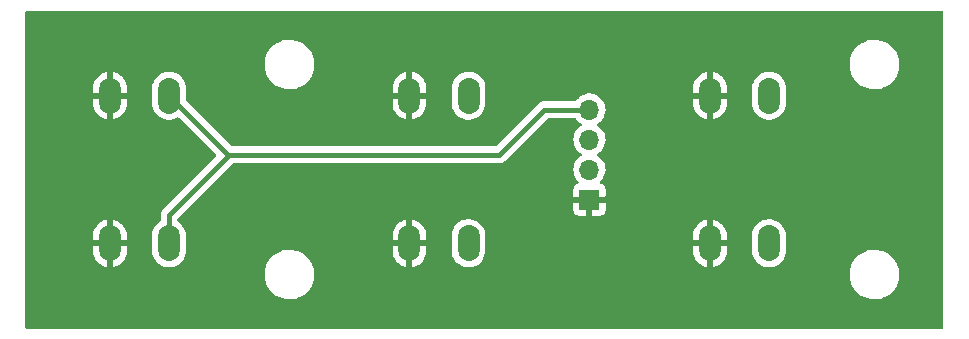
<source format=gbr>
%TF.GenerationSoftware,KiCad,Pcbnew,(6.0.2)*%
%TF.CreationDate,2022-03-25T16:36:57-07:00*%
%TF.ProjectId,buttons,62757474-6f6e-4732-9e6b-696361645f70,rev?*%
%TF.SameCoordinates,Original*%
%TF.FileFunction,Copper,L2,Bot*%
%TF.FilePolarity,Positive*%
%FSLAX46Y46*%
G04 Gerber Fmt 4.6, Leading zero omitted, Abs format (unit mm)*
G04 Created by KiCad (PCBNEW (6.0.2)) date 2022-03-25 16:36:57*
%MOMM*%
%LPD*%
G01*
G04 APERTURE LIST*
%TA.AperFunction,ComponentPad*%
%ADD10O,1.850000X3.048000*%
%TD*%
%TA.AperFunction,ComponentPad*%
%ADD11R,1.700000X1.700000*%
%TD*%
%TA.AperFunction,ComponentPad*%
%ADD12O,1.700000X1.700000*%
%TD*%
%TA.AperFunction,Conductor*%
%ADD13C,0.406400*%
%TD*%
G04 APERTURE END LIST*
D10*
%TO.P,SW1,1,1*%
%TO.N,GND*%
X177840000Y-86250000D03*
X177840000Y-73750000D03*
%TO.P,SW1,2,2*%
%TO.N,/B1*%
X182840000Y-73750000D03*
X182840000Y-86250000D03*
%TD*%
%TO.P,SW3,1,1*%
%TO.N,GND*%
X127040000Y-86250000D03*
X127040000Y-73750000D03*
%TO.P,SW3,2,2*%
%TO.N,/B3*%
X132040000Y-86250000D03*
X132040000Y-73750000D03*
%TD*%
%TO.P,SW2,1,1*%
%TO.N,GND*%
X152400000Y-86250000D03*
X152400000Y-73750000D03*
%TO.P,SW2,2,2*%
%TO.N,/B2*%
X157400000Y-73750000D03*
X157400000Y-86250000D03*
%TD*%
D11*
%TO.P,J1,1,Pin_1*%
%TO.N,GND*%
X167640000Y-82550000D03*
D12*
%TO.P,J1,2,Pin_2*%
%TO.N,/B1*%
X167640000Y-80010000D03*
%TO.P,J1,3,Pin_3*%
%TO.N,/B2*%
X167640000Y-77470000D03*
%TO.P,J1,4,Pin_4*%
%TO.N,/B3*%
X167640000Y-74930000D03*
%TD*%
D13*
%TO.N,/B3*%
X132040000Y-86250000D02*
X132040000Y-83860000D01*
X132040000Y-83860000D02*
X137160000Y-78740000D01*
X137160000Y-78740000D02*
X137030000Y-78740000D01*
X160020000Y-78740000D02*
X137160000Y-78740000D01*
X137030000Y-78740000D02*
X132040000Y-73750000D01*
X163830000Y-74930000D02*
X160020000Y-78740000D01*
X167640000Y-74930000D02*
X163830000Y-74930000D01*
%TD*%
%TA.AperFunction,Conductor*%
%TO.N,GND*%
G36*
X197554121Y-66568002D02*
G01*
X197600614Y-66621658D01*
X197612000Y-66674000D01*
X197612000Y-93346000D01*
X197591998Y-93414121D01*
X197538342Y-93460614D01*
X197486000Y-93472000D01*
X120014000Y-93472000D01*
X119945879Y-93451998D01*
X119899386Y-93398342D01*
X119888000Y-93346000D01*
X119888000Y-89032703D01*
X140130743Y-89032703D01*
X140168268Y-89317734D01*
X140244129Y-89595036D01*
X140356923Y-89859476D01*
X140504561Y-90106161D01*
X140684313Y-90330528D01*
X140892851Y-90528423D01*
X141126317Y-90696186D01*
X141130112Y-90698195D01*
X141130113Y-90698196D01*
X141151869Y-90709715D01*
X141380392Y-90830712D01*
X141650373Y-90929511D01*
X141931264Y-90990755D01*
X141959841Y-90993004D01*
X142154282Y-91008307D01*
X142154291Y-91008307D01*
X142156739Y-91008500D01*
X142312271Y-91008500D01*
X142314407Y-91008354D01*
X142314418Y-91008354D01*
X142522548Y-90994165D01*
X142522554Y-90994164D01*
X142526825Y-90993873D01*
X142531020Y-90993004D01*
X142531022Y-90993004D01*
X142667584Y-90964723D01*
X142808342Y-90935574D01*
X143079343Y-90839607D01*
X143334812Y-90707750D01*
X143338313Y-90705289D01*
X143338317Y-90705287D01*
X143452418Y-90625095D01*
X143570023Y-90542441D01*
X143780622Y-90346740D01*
X143962713Y-90124268D01*
X144112927Y-89879142D01*
X144228483Y-89615898D01*
X144307244Y-89339406D01*
X144347751Y-89054784D01*
X144347845Y-89036951D01*
X144347867Y-89032703D01*
X189660743Y-89032703D01*
X189698268Y-89317734D01*
X189774129Y-89595036D01*
X189886923Y-89859476D01*
X190034561Y-90106161D01*
X190214313Y-90330528D01*
X190422851Y-90528423D01*
X190656317Y-90696186D01*
X190660112Y-90698195D01*
X190660113Y-90698196D01*
X190681869Y-90709715D01*
X190910392Y-90830712D01*
X191180373Y-90929511D01*
X191461264Y-90990755D01*
X191489841Y-90993004D01*
X191684282Y-91008307D01*
X191684291Y-91008307D01*
X191686739Y-91008500D01*
X191842271Y-91008500D01*
X191844407Y-91008354D01*
X191844418Y-91008354D01*
X192052548Y-90994165D01*
X192052554Y-90994164D01*
X192056825Y-90993873D01*
X192061020Y-90993004D01*
X192061022Y-90993004D01*
X192197584Y-90964723D01*
X192338342Y-90935574D01*
X192609343Y-90839607D01*
X192864812Y-90707750D01*
X192868313Y-90705289D01*
X192868317Y-90705287D01*
X192982418Y-90625095D01*
X193100023Y-90542441D01*
X193310622Y-90346740D01*
X193492713Y-90124268D01*
X193642927Y-89879142D01*
X193758483Y-89615898D01*
X193837244Y-89339406D01*
X193877751Y-89054784D01*
X193877845Y-89036951D01*
X193879235Y-88771583D01*
X193879235Y-88771576D01*
X193879257Y-88767297D01*
X193841732Y-88482266D01*
X193765871Y-88204964D01*
X193705348Y-88063070D01*
X193654763Y-87944476D01*
X193654761Y-87944472D01*
X193653077Y-87940524D01*
X193538834Y-87749638D01*
X193507643Y-87697521D01*
X193507640Y-87697517D01*
X193505439Y-87693839D01*
X193325687Y-87469472D01*
X193155044Y-87307538D01*
X193120258Y-87274527D01*
X193120255Y-87274525D01*
X193117149Y-87271577D01*
X192883683Y-87103814D01*
X192861843Y-87092250D01*
X192836226Y-87078687D01*
X192629608Y-86969288D01*
X192464199Y-86908757D01*
X192363658Y-86871964D01*
X192363656Y-86871963D01*
X192359627Y-86870489D01*
X192078736Y-86809245D01*
X192047685Y-86806801D01*
X191855718Y-86791693D01*
X191855709Y-86791693D01*
X191853261Y-86791500D01*
X191697729Y-86791500D01*
X191695593Y-86791646D01*
X191695582Y-86791646D01*
X191487452Y-86805835D01*
X191487446Y-86805836D01*
X191483175Y-86806127D01*
X191478980Y-86806996D01*
X191478978Y-86806996D01*
X191342416Y-86835277D01*
X191201658Y-86864426D01*
X190930657Y-86960393D01*
X190675188Y-87092250D01*
X190671687Y-87094711D01*
X190671683Y-87094713D01*
X190630702Y-87123515D01*
X190439977Y-87257559D01*
X190229378Y-87453260D01*
X190047287Y-87675732D01*
X189897073Y-87920858D01*
X189895347Y-87924791D01*
X189895346Y-87924792D01*
X189894049Y-87927747D01*
X189781517Y-88184102D01*
X189780342Y-88188229D01*
X189780341Y-88188230D01*
X189754165Y-88280123D01*
X189702756Y-88460594D01*
X189662249Y-88745216D01*
X189662227Y-88749505D01*
X189662226Y-88749512D01*
X189660765Y-89028417D01*
X189660743Y-89032703D01*
X144347867Y-89032703D01*
X144349235Y-88771583D01*
X144349235Y-88771576D01*
X144349257Y-88767297D01*
X144311732Y-88482266D01*
X144235871Y-88204964D01*
X144175348Y-88063070D01*
X144124763Y-87944476D01*
X144124761Y-87944472D01*
X144123077Y-87940524D01*
X144008834Y-87749638D01*
X143977643Y-87697521D01*
X143977640Y-87697517D01*
X143975439Y-87693839D01*
X143795687Y-87469472D01*
X143625044Y-87307538D01*
X143590258Y-87274527D01*
X143590255Y-87274525D01*
X143587149Y-87271577D01*
X143353683Y-87103814D01*
X143331843Y-87092250D01*
X143306226Y-87078687D01*
X143099608Y-86969288D01*
X142934199Y-86908757D01*
X142927061Y-86906145D01*
X150967000Y-86906145D01*
X150967212Y-86911318D01*
X150980973Y-87078687D01*
X150982658Y-87088867D01*
X151037544Y-87307377D01*
X151040864Y-87317128D01*
X151130704Y-87523749D01*
X151135570Y-87532824D01*
X151257948Y-87721990D01*
X151264240Y-87730161D01*
X151415869Y-87896800D01*
X151423402Y-87903825D01*
X151600218Y-88043466D01*
X151608791Y-88049162D01*
X151806045Y-88158052D01*
X151815440Y-88162273D01*
X152027820Y-88237481D01*
X152037783Y-88240113D01*
X152128163Y-88256212D01*
X152141460Y-88254752D01*
X152145508Y-88241774D01*
X152654000Y-88241774D01*
X152657918Y-88255118D01*
X152672194Y-88257105D01*
X152728121Y-88248547D01*
X152738146Y-88246159D01*
X152952295Y-88176164D01*
X152961804Y-88172167D01*
X153161640Y-88068139D01*
X153170365Y-88062645D01*
X153350532Y-87927372D01*
X153358239Y-87920529D01*
X153513896Y-87757644D01*
X153520379Y-87749638D01*
X153647343Y-87563515D01*
X153652432Y-87554556D01*
X153747294Y-87350193D01*
X153750851Y-87340525D01*
X153811060Y-87123420D01*
X153812991Y-87113301D01*
X153832644Y-86929405D01*
X153833000Y-86922713D01*
X153833000Y-86908757D01*
X155966500Y-86908757D01*
X155966711Y-86911318D01*
X155966712Y-86911341D01*
X155980478Y-87078779D01*
X155980479Y-87078785D01*
X155980902Y-87083930D01*
X156038327Y-87312551D01*
X156132322Y-87528723D01*
X156260360Y-87726641D01*
X156263839Y-87730464D01*
X156263841Y-87730467D01*
X156288858Y-87757960D01*
X156419005Y-87900989D01*
X156423056Y-87904188D01*
X156423060Y-87904192D01*
X156599939Y-88043883D01*
X156599943Y-88043885D01*
X156603994Y-88047085D01*
X156810361Y-88161005D01*
X156815230Y-88162729D01*
X156815234Y-88162731D01*
X157027689Y-88237965D01*
X157027693Y-88237966D01*
X157032564Y-88239691D01*
X157037657Y-88240598D01*
X157037660Y-88240599D01*
X157259544Y-88280123D01*
X157259550Y-88280124D01*
X157264633Y-88281029D01*
X157355477Y-88282139D01*
X157495170Y-88283846D01*
X157495172Y-88283846D01*
X157500339Y-88283909D01*
X157733349Y-88248253D01*
X157957407Y-88175020D01*
X158166496Y-88066175D01*
X158170629Y-88063072D01*
X158170632Y-88063070D01*
X158350865Y-87927747D01*
X158350868Y-87927745D01*
X158355000Y-87924642D01*
X158517857Y-87754223D01*
X158650693Y-87559492D01*
X158652869Y-87554805D01*
X158747764Y-87350372D01*
X158747766Y-87350367D01*
X158749941Y-87345681D01*
X158812935Y-87118532D01*
X158828885Y-86969288D01*
X158833144Y-86929437D01*
X158833144Y-86929429D01*
X158833500Y-86926102D01*
X158833500Y-86906145D01*
X176407000Y-86906145D01*
X176407212Y-86911318D01*
X176420973Y-87078687D01*
X176422658Y-87088867D01*
X176477544Y-87307377D01*
X176480864Y-87317128D01*
X176570704Y-87523749D01*
X176575570Y-87532824D01*
X176697948Y-87721990D01*
X176704240Y-87730161D01*
X176855869Y-87896800D01*
X176863402Y-87903825D01*
X177040218Y-88043466D01*
X177048791Y-88049162D01*
X177246045Y-88158052D01*
X177255440Y-88162273D01*
X177467820Y-88237481D01*
X177477783Y-88240113D01*
X177568163Y-88256212D01*
X177581460Y-88254752D01*
X177585508Y-88241774D01*
X178094000Y-88241774D01*
X178097918Y-88255118D01*
X178112194Y-88257105D01*
X178168121Y-88248547D01*
X178178146Y-88246159D01*
X178392295Y-88176164D01*
X178401804Y-88172167D01*
X178601640Y-88068139D01*
X178610365Y-88062645D01*
X178790532Y-87927372D01*
X178798239Y-87920529D01*
X178953896Y-87757644D01*
X178960379Y-87749638D01*
X179087343Y-87563515D01*
X179092432Y-87554556D01*
X179187294Y-87350193D01*
X179190851Y-87340525D01*
X179251060Y-87123420D01*
X179252991Y-87113301D01*
X179272644Y-86929405D01*
X179273000Y-86922713D01*
X179273000Y-86908757D01*
X181406500Y-86908757D01*
X181406711Y-86911318D01*
X181406712Y-86911341D01*
X181420478Y-87078779D01*
X181420479Y-87078785D01*
X181420902Y-87083930D01*
X181478327Y-87312551D01*
X181572322Y-87528723D01*
X181700360Y-87726641D01*
X181703839Y-87730464D01*
X181703841Y-87730467D01*
X181728858Y-87757960D01*
X181859005Y-87900989D01*
X181863056Y-87904188D01*
X181863060Y-87904192D01*
X182039939Y-88043883D01*
X182039943Y-88043885D01*
X182043994Y-88047085D01*
X182250361Y-88161005D01*
X182255230Y-88162729D01*
X182255234Y-88162731D01*
X182467689Y-88237965D01*
X182467693Y-88237966D01*
X182472564Y-88239691D01*
X182477657Y-88240598D01*
X182477660Y-88240599D01*
X182699544Y-88280123D01*
X182699550Y-88280124D01*
X182704633Y-88281029D01*
X182795477Y-88282139D01*
X182935170Y-88283846D01*
X182935172Y-88283846D01*
X182940339Y-88283909D01*
X183173349Y-88248253D01*
X183397407Y-88175020D01*
X183606496Y-88066175D01*
X183610629Y-88063072D01*
X183610632Y-88063070D01*
X183790865Y-87927747D01*
X183790868Y-87927745D01*
X183795000Y-87924642D01*
X183957857Y-87754223D01*
X184090693Y-87559492D01*
X184092869Y-87554805D01*
X184187764Y-87350372D01*
X184187766Y-87350367D01*
X184189941Y-87345681D01*
X184252935Y-87118532D01*
X184268885Y-86969288D01*
X184273144Y-86929437D01*
X184273144Y-86929429D01*
X184273500Y-86926102D01*
X184273500Y-85591243D01*
X184272074Y-85573898D01*
X184259522Y-85421221D01*
X184259521Y-85421215D01*
X184259098Y-85416070D01*
X184201673Y-85187449D01*
X184107678Y-84971277D01*
X183979640Y-84773359D01*
X183958715Y-84750362D01*
X183824473Y-84602833D01*
X183824471Y-84602832D01*
X183820995Y-84599011D01*
X183816944Y-84595812D01*
X183816940Y-84595808D01*
X183640061Y-84456117D01*
X183640057Y-84456115D01*
X183636006Y-84452915D01*
X183616810Y-84442318D01*
X183549751Y-84405300D01*
X183429639Y-84338995D01*
X183424770Y-84337271D01*
X183424766Y-84337269D01*
X183212311Y-84262035D01*
X183212307Y-84262034D01*
X183207436Y-84260309D01*
X183202343Y-84259402D01*
X183202340Y-84259401D01*
X182980456Y-84219877D01*
X182980450Y-84219876D01*
X182975367Y-84218971D01*
X182884523Y-84217861D01*
X182744830Y-84216154D01*
X182744828Y-84216154D01*
X182739661Y-84216091D01*
X182506651Y-84251747D01*
X182282593Y-84324980D01*
X182073504Y-84433825D01*
X182069371Y-84436928D01*
X182069368Y-84436930D01*
X182043258Y-84456534D01*
X181885000Y-84575358D01*
X181722143Y-84745777D01*
X181589307Y-84940508D01*
X181587133Y-84945192D01*
X181587131Y-84945195D01*
X181572716Y-84976251D01*
X181490059Y-85154319D01*
X181427065Y-85381468D01*
X181406500Y-85573898D01*
X181406500Y-86908757D01*
X179273000Y-86908757D01*
X179273000Y-86522115D01*
X179268525Y-86506876D01*
X179267135Y-86505671D01*
X179259452Y-86504000D01*
X178112115Y-86504000D01*
X178096876Y-86508475D01*
X178095671Y-86509865D01*
X178094000Y-86517548D01*
X178094000Y-88241774D01*
X177585508Y-88241774D01*
X177586000Y-88240197D01*
X177586000Y-86522115D01*
X177581525Y-86506876D01*
X177580135Y-86505671D01*
X177572452Y-86504000D01*
X176425115Y-86504000D01*
X176409876Y-86508475D01*
X176408671Y-86509865D01*
X176407000Y-86517548D01*
X176407000Y-86906145D01*
X158833500Y-86906145D01*
X158833500Y-85977885D01*
X176407000Y-85977885D01*
X176411475Y-85993124D01*
X176412865Y-85994329D01*
X176420548Y-85996000D01*
X177567885Y-85996000D01*
X177583124Y-85991525D01*
X177584329Y-85990135D01*
X177586000Y-85982452D01*
X177586000Y-85977885D01*
X178094000Y-85977885D01*
X178098475Y-85993124D01*
X178099865Y-85994329D01*
X178107548Y-85996000D01*
X179254885Y-85996000D01*
X179270124Y-85991525D01*
X179271329Y-85990135D01*
X179273000Y-85982452D01*
X179273000Y-85593855D01*
X179272788Y-85588682D01*
X179259027Y-85421313D01*
X179257342Y-85411133D01*
X179202456Y-85192623D01*
X179199136Y-85182872D01*
X179109296Y-84976251D01*
X179104430Y-84967176D01*
X178982052Y-84778010D01*
X178975760Y-84769839D01*
X178824131Y-84603200D01*
X178816598Y-84596175D01*
X178639782Y-84456534D01*
X178631209Y-84450838D01*
X178433955Y-84341948D01*
X178424560Y-84337727D01*
X178212180Y-84262519D01*
X178202217Y-84259887D01*
X178111837Y-84243788D01*
X178098540Y-84245248D01*
X178094000Y-84259803D01*
X178094000Y-85977885D01*
X177586000Y-85977885D01*
X177586000Y-84258226D01*
X177582082Y-84244882D01*
X177567806Y-84242895D01*
X177511879Y-84251453D01*
X177501854Y-84253841D01*
X177287705Y-84323836D01*
X177278196Y-84327833D01*
X177078360Y-84431861D01*
X177069635Y-84437355D01*
X176889468Y-84572628D01*
X176881761Y-84579471D01*
X176726104Y-84742356D01*
X176719621Y-84750362D01*
X176592657Y-84936485D01*
X176587568Y-84945444D01*
X176492706Y-85149807D01*
X176489149Y-85159475D01*
X176428940Y-85376580D01*
X176427009Y-85386699D01*
X176407356Y-85570595D01*
X176407000Y-85577287D01*
X176407000Y-85977885D01*
X158833500Y-85977885D01*
X158833500Y-85591243D01*
X158832074Y-85573898D01*
X158819522Y-85421221D01*
X158819521Y-85421215D01*
X158819098Y-85416070D01*
X158761673Y-85187449D01*
X158667678Y-84971277D01*
X158539640Y-84773359D01*
X158518715Y-84750362D01*
X158384473Y-84602833D01*
X158384471Y-84602832D01*
X158380995Y-84599011D01*
X158376944Y-84595812D01*
X158376940Y-84595808D01*
X158200061Y-84456117D01*
X158200057Y-84456115D01*
X158196006Y-84452915D01*
X158176810Y-84442318D01*
X158109751Y-84405300D01*
X157989639Y-84338995D01*
X157984770Y-84337271D01*
X157984766Y-84337269D01*
X157772311Y-84262035D01*
X157772307Y-84262034D01*
X157767436Y-84260309D01*
X157762343Y-84259402D01*
X157762340Y-84259401D01*
X157540456Y-84219877D01*
X157540450Y-84219876D01*
X157535367Y-84218971D01*
X157444523Y-84217861D01*
X157304830Y-84216154D01*
X157304828Y-84216154D01*
X157299661Y-84216091D01*
X157066651Y-84251747D01*
X156842593Y-84324980D01*
X156633504Y-84433825D01*
X156629371Y-84436928D01*
X156629368Y-84436930D01*
X156603258Y-84456534D01*
X156445000Y-84575358D01*
X156282143Y-84745777D01*
X156149307Y-84940508D01*
X156147133Y-84945192D01*
X156147131Y-84945195D01*
X156132716Y-84976251D01*
X156050059Y-85154319D01*
X155987065Y-85381468D01*
X155966500Y-85573898D01*
X155966500Y-86908757D01*
X153833000Y-86908757D01*
X153833000Y-86522115D01*
X153828525Y-86506876D01*
X153827135Y-86505671D01*
X153819452Y-86504000D01*
X152672115Y-86504000D01*
X152656876Y-86508475D01*
X152655671Y-86509865D01*
X152654000Y-86517548D01*
X152654000Y-88241774D01*
X152145508Y-88241774D01*
X152146000Y-88240197D01*
X152146000Y-86522115D01*
X152141525Y-86506876D01*
X152140135Y-86505671D01*
X152132452Y-86504000D01*
X150985115Y-86504000D01*
X150969876Y-86508475D01*
X150968671Y-86509865D01*
X150967000Y-86517548D01*
X150967000Y-86906145D01*
X142927061Y-86906145D01*
X142833658Y-86871964D01*
X142833656Y-86871963D01*
X142829627Y-86870489D01*
X142548736Y-86809245D01*
X142517685Y-86806801D01*
X142325718Y-86791693D01*
X142325709Y-86791693D01*
X142323261Y-86791500D01*
X142167729Y-86791500D01*
X142165593Y-86791646D01*
X142165582Y-86791646D01*
X141957452Y-86805835D01*
X141957446Y-86805836D01*
X141953175Y-86806127D01*
X141948980Y-86806996D01*
X141948978Y-86806996D01*
X141812416Y-86835277D01*
X141671658Y-86864426D01*
X141400657Y-86960393D01*
X141145188Y-87092250D01*
X141141687Y-87094711D01*
X141141683Y-87094713D01*
X141100702Y-87123515D01*
X140909977Y-87257559D01*
X140699378Y-87453260D01*
X140517287Y-87675732D01*
X140367073Y-87920858D01*
X140365347Y-87924791D01*
X140365346Y-87924792D01*
X140364049Y-87927747D01*
X140251517Y-88184102D01*
X140250342Y-88188229D01*
X140250341Y-88188230D01*
X140224165Y-88280123D01*
X140172756Y-88460594D01*
X140132249Y-88745216D01*
X140132227Y-88749505D01*
X140132226Y-88749512D01*
X140130765Y-89028417D01*
X140130743Y-89032703D01*
X119888000Y-89032703D01*
X119888000Y-86906145D01*
X125607000Y-86906145D01*
X125607212Y-86911318D01*
X125620973Y-87078687D01*
X125622658Y-87088867D01*
X125677544Y-87307377D01*
X125680864Y-87317128D01*
X125770704Y-87523749D01*
X125775570Y-87532824D01*
X125897948Y-87721990D01*
X125904240Y-87730161D01*
X126055869Y-87896800D01*
X126063402Y-87903825D01*
X126240218Y-88043466D01*
X126248791Y-88049162D01*
X126446045Y-88158052D01*
X126455440Y-88162273D01*
X126667820Y-88237481D01*
X126677783Y-88240113D01*
X126768163Y-88256212D01*
X126781460Y-88254752D01*
X126785508Y-88241774D01*
X127294000Y-88241774D01*
X127297918Y-88255118D01*
X127312194Y-88257105D01*
X127368121Y-88248547D01*
X127378146Y-88246159D01*
X127592295Y-88176164D01*
X127601804Y-88172167D01*
X127801640Y-88068139D01*
X127810365Y-88062645D01*
X127990532Y-87927372D01*
X127998239Y-87920529D01*
X128153896Y-87757644D01*
X128160379Y-87749638D01*
X128287343Y-87563515D01*
X128292432Y-87554556D01*
X128387294Y-87350193D01*
X128390851Y-87340525D01*
X128451060Y-87123420D01*
X128452991Y-87113301D01*
X128472644Y-86929405D01*
X128473000Y-86922713D01*
X128473000Y-86908757D01*
X130606500Y-86908757D01*
X130606711Y-86911318D01*
X130606712Y-86911341D01*
X130620478Y-87078779D01*
X130620479Y-87078785D01*
X130620902Y-87083930D01*
X130678327Y-87312551D01*
X130772322Y-87528723D01*
X130900360Y-87726641D01*
X130903839Y-87730464D01*
X130903841Y-87730467D01*
X130928858Y-87757960D01*
X131059005Y-87900989D01*
X131063056Y-87904188D01*
X131063060Y-87904192D01*
X131239939Y-88043883D01*
X131239943Y-88043885D01*
X131243994Y-88047085D01*
X131450361Y-88161005D01*
X131455230Y-88162729D01*
X131455234Y-88162731D01*
X131667689Y-88237965D01*
X131667693Y-88237966D01*
X131672564Y-88239691D01*
X131677657Y-88240598D01*
X131677660Y-88240599D01*
X131899544Y-88280123D01*
X131899550Y-88280124D01*
X131904633Y-88281029D01*
X131995477Y-88282139D01*
X132135170Y-88283846D01*
X132135172Y-88283846D01*
X132140339Y-88283909D01*
X132373349Y-88248253D01*
X132597407Y-88175020D01*
X132806496Y-88066175D01*
X132810629Y-88063072D01*
X132810632Y-88063070D01*
X132990865Y-87927747D01*
X132990868Y-87927745D01*
X132995000Y-87924642D01*
X133157857Y-87754223D01*
X133290693Y-87559492D01*
X133292869Y-87554805D01*
X133387764Y-87350372D01*
X133387766Y-87350367D01*
X133389941Y-87345681D01*
X133452935Y-87118532D01*
X133468885Y-86969288D01*
X133473144Y-86929437D01*
X133473144Y-86929429D01*
X133473500Y-86926102D01*
X133473500Y-85977885D01*
X150967000Y-85977885D01*
X150971475Y-85993124D01*
X150972865Y-85994329D01*
X150980548Y-85996000D01*
X152127885Y-85996000D01*
X152143124Y-85991525D01*
X152144329Y-85990135D01*
X152146000Y-85982452D01*
X152146000Y-85977885D01*
X152654000Y-85977885D01*
X152658475Y-85993124D01*
X152659865Y-85994329D01*
X152667548Y-85996000D01*
X153814885Y-85996000D01*
X153830124Y-85991525D01*
X153831329Y-85990135D01*
X153833000Y-85982452D01*
X153833000Y-85593855D01*
X153832788Y-85588682D01*
X153819027Y-85421313D01*
X153817342Y-85411133D01*
X153762456Y-85192623D01*
X153759136Y-85182872D01*
X153669296Y-84976251D01*
X153664430Y-84967176D01*
X153542052Y-84778010D01*
X153535760Y-84769839D01*
X153384131Y-84603200D01*
X153376598Y-84596175D01*
X153199782Y-84456534D01*
X153191209Y-84450838D01*
X152993955Y-84341948D01*
X152984560Y-84337727D01*
X152772180Y-84262519D01*
X152762217Y-84259887D01*
X152671837Y-84243788D01*
X152658540Y-84245248D01*
X152654000Y-84259803D01*
X152654000Y-85977885D01*
X152146000Y-85977885D01*
X152146000Y-84258226D01*
X152142082Y-84244882D01*
X152127806Y-84242895D01*
X152071879Y-84251453D01*
X152061854Y-84253841D01*
X151847705Y-84323836D01*
X151838196Y-84327833D01*
X151638360Y-84431861D01*
X151629635Y-84437355D01*
X151449468Y-84572628D01*
X151441761Y-84579471D01*
X151286104Y-84742356D01*
X151279621Y-84750362D01*
X151152657Y-84936485D01*
X151147568Y-84945444D01*
X151052706Y-85149807D01*
X151049149Y-85159475D01*
X150988940Y-85376580D01*
X150987009Y-85386699D01*
X150967356Y-85570595D01*
X150967000Y-85577287D01*
X150967000Y-85977885D01*
X133473500Y-85977885D01*
X133473500Y-85591243D01*
X133472074Y-85573898D01*
X133459522Y-85421221D01*
X133459521Y-85421215D01*
X133459098Y-85416070D01*
X133401673Y-85187449D01*
X133307678Y-84971277D01*
X133179640Y-84773359D01*
X133158715Y-84750362D01*
X133024473Y-84602833D01*
X133024471Y-84602832D01*
X133020995Y-84599011D01*
X133016944Y-84595812D01*
X133016940Y-84595808D01*
X132840061Y-84456117D01*
X132840057Y-84456115D01*
X132836006Y-84452915D01*
X132816806Y-84442316D01*
X132766837Y-84391886D01*
X132751700Y-84332008D01*
X132751700Y-84206985D01*
X132771702Y-84138864D01*
X132788605Y-84117890D01*
X133461826Y-83444669D01*
X166282001Y-83444669D01*
X166282371Y-83451490D01*
X166287895Y-83502352D01*
X166291521Y-83517604D01*
X166336676Y-83638054D01*
X166345214Y-83653649D01*
X166421715Y-83755724D01*
X166434276Y-83768285D01*
X166536351Y-83844786D01*
X166551946Y-83853324D01*
X166672394Y-83898478D01*
X166687649Y-83902105D01*
X166738514Y-83907631D01*
X166745328Y-83908000D01*
X167367885Y-83908000D01*
X167383124Y-83903525D01*
X167384329Y-83902135D01*
X167386000Y-83894452D01*
X167386000Y-83889884D01*
X167894000Y-83889884D01*
X167898475Y-83905123D01*
X167899865Y-83906328D01*
X167907548Y-83907999D01*
X168534669Y-83907999D01*
X168541490Y-83907629D01*
X168592352Y-83902105D01*
X168607604Y-83898479D01*
X168728054Y-83853324D01*
X168743649Y-83844786D01*
X168845724Y-83768285D01*
X168858285Y-83755724D01*
X168934786Y-83653649D01*
X168943324Y-83638054D01*
X168988478Y-83517606D01*
X168992105Y-83502351D01*
X168997631Y-83451486D01*
X168998000Y-83444672D01*
X168998000Y-82822115D01*
X168993525Y-82806876D01*
X168992135Y-82805671D01*
X168984452Y-82804000D01*
X167912115Y-82804000D01*
X167896876Y-82808475D01*
X167895671Y-82809865D01*
X167894000Y-82817548D01*
X167894000Y-83889884D01*
X167386000Y-83889884D01*
X167386000Y-82822115D01*
X167381525Y-82806876D01*
X167380135Y-82805671D01*
X167372452Y-82804000D01*
X166300116Y-82804000D01*
X166284877Y-82808475D01*
X166283672Y-82809865D01*
X166282001Y-82817548D01*
X166282001Y-83444669D01*
X133461826Y-83444669D01*
X137417891Y-79488605D01*
X137480203Y-79454579D01*
X137506986Y-79451700D01*
X159990970Y-79451700D01*
X159999540Y-79451992D01*
X160049946Y-79455429D01*
X160049950Y-79455429D01*
X160057521Y-79455945D01*
X160064997Y-79454640D01*
X160065000Y-79454640D01*
X160120783Y-79444904D01*
X160127308Y-79443941D01*
X160183467Y-79437145D01*
X160183468Y-79437145D01*
X160191011Y-79436232D01*
X160198119Y-79433546D01*
X160200419Y-79432981D01*
X160217480Y-79428314D01*
X160219734Y-79427634D01*
X160227215Y-79426328D01*
X160286005Y-79400521D01*
X160292102Y-79398033D01*
X160345047Y-79378027D01*
X160345050Y-79378026D01*
X160352149Y-79375343D01*
X160358404Y-79371044D01*
X160360495Y-79369951D01*
X160375957Y-79361345D01*
X160377991Y-79360142D01*
X160384946Y-79357089D01*
X160390971Y-79352466D01*
X160390976Y-79352463D01*
X160435874Y-79318012D01*
X160441209Y-79314136D01*
X160487847Y-79282082D01*
X160487853Y-79282077D01*
X160494112Y-79277775D01*
X160535764Y-79231026D01*
X160540744Y-79225751D01*
X164087891Y-75678605D01*
X164150203Y-75644579D01*
X164176986Y-75641700D01*
X166412195Y-75641700D01*
X166480316Y-75661702D01*
X166519628Y-75701865D01*
X166539987Y-75735088D01*
X166686250Y-75903938D01*
X166858126Y-76046632D01*
X166928595Y-76087811D01*
X166931445Y-76089476D01*
X166980169Y-76141114D01*
X166993240Y-76210897D01*
X166966509Y-76276669D01*
X166926055Y-76310027D01*
X166913607Y-76316507D01*
X166909474Y-76319610D01*
X166909471Y-76319612D01*
X166885247Y-76337800D01*
X166734965Y-76450635D01*
X166580629Y-76612138D01*
X166454743Y-76796680D01*
X166360688Y-76999305D01*
X166300989Y-77214570D01*
X166277251Y-77436695D01*
X166277548Y-77441848D01*
X166277548Y-77441851D01*
X166283011Y-77536590D01*
X166290110Y-77659715D01*
X166291247Y-77664761D01*
X166291248Y-77664767D01*
X166311119Y-77752939D01*
X166339222Y-77877639D01*
X166423266Y-78084616D01*
X166539987Y-78275088D01*
X166686250Y-78443938D01*
X166858126Y-78586632D01*
X166928595Y-78627811D01*
X166931445Y-78629476D01*
X166980169Y-78681114D01*
X166993240Y-78750897D01*
X166966509Y-78816669D01*
X166926055Y-78850027D01*
X166913607Y-78856507D01*
X166909474Y-78859610D01*
X166909471Y-78859612D01*
X166885247Y-78877800D01*
X166734965Y-78990635D01*
X166580629Y-79152138D01*
X166454743Y-79336680D01*
X166360688Y-79539305D01*
X166300989Y-79754570D01*
X166277251Y-79976695D01*
X166277548Y-79981848D01*
X166277548Y-79981851D01*
X166283011Y-80076590D01*
X166290110Y-80199715D01*
X166291247Y-80204761D01*
X166291248Y-80204767D01*
X166311119Y-80292939D01*
X166339222Y-80417639D01*
X166423266Y-80624616D01*
X166539987Y-80815088D01*
X166686250Y-80983938D01*
X166690225Y-80987238D01*
X166690231Y-80987244D01*
X166695425Y-80991556D01*
X166735059Y-81050460D01*
X166736555Y-81121441D01*
X166699439Y-81181962D01*
X166659168Y-81206480D01*
X166551946Y-81246676D01*
X166536351Y-81255214D01*
X166434276Y-81331715D01*
X166421715Y-81344276D01*
X166345214Y-81446351D01*
X166336676Y-81461946D01*
X166291522Y-81582394D01*
X166287895Y-81597649D01*
X166282369Y-81648514D01*
X166282000Y-81655328D01*
X166282000Y-82277885D01*
X166286475Y-82293124D01*
X166287865Y-82294329D01*
X166295548Y-82296000D01*
X168979884Y-82296000D01*
X168995123Y-82291525D01*
X168996328Y-82290135D01*
X168997999Y-82282452D01*
X168997999Y-81655331D01*
X168997629Y-81648510D01*
X168992105Y-81597648D01*
X168988479Y-81582396D01*
X168943324Y-81461946D01*
X168934786Y-81446351D01*
X168858285Y-81344276D01*
X168845724Y-81331715D01*
X168743649Y-81255214D01*
X168728054Y-81246676D01*
X168617813Y-81205348D01*
X168561049Y-81162706D01*
X168536349Y-81096145D01*
X168551557Y-81026796D01*
X168573104Y-80998115D01*
X168674430Y-80897144D01*
X168674440Y-80897132D01*
X168678096Y-80893489D01*
X168737594Y-80810689D01*
X168805435Y-80716277D01*
X168808453Y-80712077D01*
X168907430Y-80511811D01*
X168972370Y-80298069D01*
X169001529Y-80076590D01*
X169003156Y-80010000D01*
X168984852Y-79787361D01*
X168930431Y-79570702D01*
X168841354Y-79365840D01*
X168801906Y-79304862D01*
X168722822Y-79182617D01*
X168722820Y-79182614D01*
X168720014Y-79178277D01*
X168569670Y-79013051D01*
X168565619Y-79009852D01*
X168565615Y-79009848D01*
X168398414Y-78877800D01*
X168398410Y-78877798D01*
X168394359Y-78874598D01*
X168353053Y-78851796D01*
X168303084Y-78801364D01*
X168288312Y-78731921D01*
X168313428Y-78665516D01*
X168340780Y-78638909D01*
X168384603Y-78607650D01*
X168519860Y-78511173D01*
X168678096Y-78353489D01*
X168737594Y-78270689D01*
X168805435Y-78176277D01*
X168808453Y-78172077D01*
X168880935Y-78025421D01*
X168905136Y-77976453D01*
X168905137Y-77976451D01*
X168907430Y-77971811D01*
X168972370Y-77758069D01*
X169001529Y-77536590D01*
X169003156Y-77470000D01*
X168984852Y-77247361D01*
X168930431Y-77030702D01*
X168841354Y-76825840D01*
X168720014Y-76638277D01*
X168569670Y-76473051D01*
X168565619Y-76469852D01*
X168565615Y-76469848D01*
X168398414Y-76337800D01*
X168398410Y-76337798D01*
X168394359Y-76334598D01*
X168353053Y-76311796D01*
X168303084Y-76261364D01*
X168288312Y-76191921D01*
X168313428Y-76125516D01*
X168340780Y-76098909D01*
X168384603Y-76067650D01*
X168519860Y-75971173D01*
X168678096Y-75813489D01*
X168701376Y-75781092D01*
X168805435Y-75636277D01*
X168808453Y-75632077D01*
X168834025Y-75580337D01*
X168905136Y-75436453D01*
X168905137Y-75436451D01*
X168907430Y-75431811D01*
X168972370Y-75218069D01*
X169001529Y-74996590D01*
X169003156Y-74930000D01*
X168984852Y-74707361D01*
X168930431Y-74490702D01*
X168893664Y-74406145D01*
X176407000Y-74406145D01*
X176407212Y-74411318D01*
X176420973Y-74578687D01*
X176422658Y-74588867D01*
X176477544Y-74807377D01*
X176480864Y-74817128D01*
X176570704Y-75023749D01*
X176575570Y-75032824D01*
X176697948Y-75221990D01*
X176704240Y-75230161D01*
X176855869Y-75396800D01*
X176863402Y-75403825D01*
X177040218Y-75543466D01*
X177048791Y-75549162D01*
X177246045Y-75658052D01*
X177255440Y-75662273D01*
X177467820Y-75737481D01*
X177477783Y-75740113D01*
X177568163Y-75756212D01*
X177581460Y-75754752D01*
X177585508Y-75741774D01*
X178094000Y-75741774D01*
X178097918Y-75755118D01*
X178112194Y-75757105D01*
X178168121Y-75748547D01*
X178178146Y-75746159D01*
X178392295Y-75676164D01*
X178401804Y-75672167D01*
X178601640Y-75568139D01*
X178610365Y-75562645D01*
X178790532Y-75427372D01*
X178798239Y-75420529D01*
X178953896Y-75257644D01*
X178960379Y-75249638D01*
X179087343Y-75063515D01*
X179092432Y-75054556D01*
X179187294Y-74850193D01*
X179190851Y-74840525D01*
X179251060Y-74623420D01*
X179252991Y-74613301D01*
X179272644Y-74429405D01*
X179273000Y-74422713D01*
X179273000Y-74408757D01*
X181406500Y-74408757D01*
X181406711Y-74411318D01*
X181406712Y-74411341D01*
X181420478Y-74578779D01*
X181420479Y-74578785D01*
X181420902Y-74583930D01*
X181478327Y-74812551D01*
X181572322Y-75028723D01*
X181700360Y-75226641D01*
X181703839Y-75230464D01*
X181703841Y-75230467D01*
X181728858Y-75257960D01*
X181859005Y-75400989D01*
X181863056Y-75404188D01*
X181863060Y-75404192D01*
X182039939Y-75543883D01*
X182039943Y-75543885D01*
X182043994Y-75547085D01*
X182250361Y-75661005D01*
X182255230Y-75662729D01*
X182255234Y-75662731D01*
X182467689Y-75737965D01*
X182467693Y-75737966D01*
X182472564Y-75739691D01*
X182477657Y-75740598D01*
X182477660Y-75740599D01*
X182699544Y-75780123D01*
X182699550Y-75780124D01*
X182704633Y-75781029D01*
X182795477Y-75782139D01*
X182935170Y-75783846D01*
X182935172Y-75783846D01*
X182940339Y-75783909D01*
X183173349Y-75748253D01*
X183397407Y-75675020D01*
X183606496Y-75566175D01*
X183610629Y-75563072D01*
X183610632Y-75563070D01*
X183790865Y-75427747D01*
X183790868Y-75427745D01*
X183795000Y-75424642D01*
X183957857Y-75254223D01*
X184090693Y-75059492D01*
X184092869Y-75054805D01*
X184187764Y-74850372D01*
X184187766Y-74850367D01*
X184189941Y-74845681D01*
X184252935Y-74618532D01*
X184271562Y-74444240D01*
X184273144Y-74429437D01*
X184273144Y-74429429D01*
X184273500Y-74426102D01*
X184273500Y-73091243D01*
X184272074Y-73073898D01*
X184259522Y-72921221D01*
X184259521Y-72921215D01*
X184259098Y-72916070D01*
X184201673Y-72687449D01*
X184107678Y-72471277D01*
X183979640Y-72273359D01*
X183958715Y-72250362D01*
X183824473Y-72102833D01*
X183824471Y-72102832D01*
X183820995Y-72099011D01*
X183816944Y-72095812D01*
X183816940Y-72095808D01*
X183640061Y-71956117D01*
X183640057Y-71956115D01*
X183636006Y-71952915D01*
X183429639Y-71838995D01*
X183424770Y-71837271D01*
X183424766Y-71837269D01*
X183212311Y-71762035D01*
X183212307Y-71762034D01*
X183207436Y-71760309D01*
X183202343Y-71759402D01*
X183202340Y-71759401D01*
X182980456Y-71719877D01*
X182980450Y-71719876D01*
X182975367Y-71718971D01*
X182884523Y-71717861D01*
X182744830Y-71716154D01*
X182744828Y-71716154D01*
X182739661Y-71716091D01*
X182506651Y-71751747D01*
X182282593Y-71824980D01*
X182073504Y-71933825D01*
X182069371Y-71936928D01*
X182069368Y-71936930D01*
X182043258Y-71956534D01*
X181885000Y-72075358D01*
X181722143Y-72245777D01*
X181589307Y-72440508D01*
X181587133Y-72445192D01*
X181587131Y-72445195D01*
X181530712Y-72566740D01*
X181490059Y-72654319D01*
X181427065Y-72881468D01*
X181426516Y-72886605D01*
X181409193Y-73048701D01*
X181406500Y-73073898D01*
X181406500Y-74408757D01*
X179273000Y-74408757D01*
X179273000Y-74022115D01*
X179268525Y-74006876D01*
X179267135Y-74005671D01*
X179259452Y-74004000D01*
X178112115Y-74004000D01*
X178096876Y-74008475D01*
X178095671Y-74009865D01*
X178094000Y-74017548D01*
X178094000Y-75741774D01*
X177585508Y-75741774D01*
X177586000Y-75740197D01*
X177586000Y-74022115D01*
X177581525Y-74006876D01*
X177580135Y-74005671D01*
X177572452Y-74004000D01*
X176425115Y-74004000D01*
X176409876Y-74008475D01*
X176408671Y-74009865D01*
X176407000Y-74017548D01*
X176407000Y-74406145D01*
X168893664Y-74406145D01*
X168841354Y-74285840D01*
X168797660Y-74218300D01*
X168722822Y-74102617D01*
X168722820Y-74102614D01*
X168720014Y-74098277D01*
X168569670Y-73933051D01*
X168565619Y-73929852D01*
X168565615Y-73929848D01*
X168398414Y-73797800D01*
X168398410Y-73797798D01*
X168394359Y-73794598D01*
X168198789Y-73686638D01*
X168193920Y-73684914D01*
X168193916Y-73684912D01*
X167993087Y-73613795D01*
X167993083Y-73613794D01*
X167988212Y-73612069D01*
X167983119Y-73611162D01*
X167983116Y-73611161D01*
X167773373Y-73573800D01*
X167773367Y-73573799D01*
X167768284Y-73572894D01*
X167694452Y-73571992D01*
X167550081Y-73570228D01*
X167550079Y-73570228D01*
X167544911Y-73570165D01*
X167324091Y-73603955D01*
X167111756Y-73673357D01*
X166913607Y-73776507D01*
X166909474Y-73779610D01*
X166909471Y-73779612D01*
X166885247Y-73797800D01*
X166734965Y-73910635D01*
X166731393Y-73914373D01*
X166640139Y-74009865D01*
X166580629Y-74072138D01*
X166518438Y-74163306D01*
X166463529Y-74208307D01*
X166414352Y-74218300D01*
X163859030Y-74218300D01*
X163850460Y-74218008D01*
X163800054Y-74214571D01*
X163800050Y-74214571D01*
X163792479Y-74214055D01*
X163785003Y-74215360D01*
X163785000Y-74215360D01*
X163729217Y-74225096D01*
X163722692Y-74226059D01*
X163666533Y-74232855D01*
X163666532Y-74232855D01*
X163658989Y-74233768D01*
X163651881Y-74236454D01*
X163649581Y-74237019D01*
X163632520Y-74241686D01*
X163630266Y-74242367D01*
X163622785Y-74243672D01*
X163615833Y-74246724D01*
X163615829Y-74246725D01*
X163564003Y-74269476D01*
X163557899Y-74271967D01*
X163497851Y-74294657D01*
X163491595Y-74298957D01*
X163489511Y-74300046D01*
X163474048Y-74308653D01*
X163472012Y-74309857D01*
X163465055Y-74312911D01*
X163414104Y-74352007D01*
X163408796Y-74355863D01*
X163362149Y-74387921D01*
X163362144Y-74387926D01*
X163355888Y-74392225D01*
X163350836Y-74397895D01*
X163350835Y-74397896D01*
X163314245Y-74438964D01*
X163309264Y-74444240D01*
X159762109Y-77991395D01*
X159699797Y-78025421D01*
X159673014Y-78028300D01*
X137376986Y-78028300D01*
X137308865Y-78008298D01*
X137287891Y-77991395D01*
X133702641Y-74406145D01*
X150967000Y-74406145D01*
X150967212Y-74411318D01*
X150980973Y-74578687D01*
X150982658Y-74588867D01*
X151037544Y-74807377D01*
X151040864Y-74817128D01*
X151130704Y-75023749D01*
X151135570Y-75032824D01*
X151257948Y-75221990D01*
X151264240Y-75230161D01*
X151415869Y-75396800D01*
X151423402Y-75403825D01*
X151600218Y-75543466D01*
X151608791Y-75549162D01*
X151806045Y-75658052D01*
X151815440Y-75662273D01*
X152027820Y-75737481D01*
X152037783Y-75740113D01*
X152128163Y-75756212D01*
X152141460Y-75754752D01*
X152145508Y-75741774D01*
X152654000Y-75741774D01*
X152657918Y-75755118D01*
X152672194Y-75757105D01*
X152728121Y-75748547D01*
X152738146Y-75746159D01*
X152952295Y-75676164D01*
X152961804Y-75672167D01*
X153161640Y-75568139D01*
X153170365Y-75562645D01*
X153350532Y-75427372D01*
X153358239Y-75420529D01*
X153513896Y-75257644D01*
X153520379Y-75249638D01*
X153647343Y-75063515D01*
X153652432Y-75054556D01*
X153747294Y-74850193D01*
X153750851Y-74840525D01*
X153811060Y-74623420D01*
X153812991Y-74613301D01*
X153832644Y-74429405D01*
X153833000Y-74422713D01*
X153833000Y-74408757D01*
X155966500Y-74408757D01*
X155966711Y-74411318D01*
X155966712Y-74411341D01*
X155980478Y-74578779D01*
X155980479Y-74578785D01*
X155980902Y-74583930D01*
X156038327Y-74812551D01*
X156132322Y-75028723D01*
X156260360Y-75226641D01*
X156263839Y-75230464D01*
X156263841Y-75230467D01*
X156288858Y-75257960D01*
X156419005Y-75400989D01*
X156423056Y-75404188D01*
X156423060Y-75404192D01*
X156599939Y-75543883D01*
X156599943Y-75543885D01*
X156603994Y-75547085D01*
X156810361Y-75661005D01*
X156815230Y-75662729D01*
X156815234Y-75662731D01*
X157027689Y-75737965D01*
X157027693Y-75737966D01*
X157032564Y-75739691D01*
X157037657Y-75740598D01*
X157037660Y-75740599D01*
X157259544Y-75780123D01*
X157259550Y-75780124D01*
X157264633Y-75781029D01*
X157355477Y-75782139D01*
X157495170Y-75783846D01*
X157495172Y-75783846D01*
X157500339Y-75783909D01*
X157733349Y-75748253D01*
X157957407Y-75675020D01*
X158166496Y-75566175D01*
X158170629Y-75563072D01*
X158170632Y-75563070D01*
X158350865Y-75427747D01*
X158350868Y-75427745D01*
X158355000Y-75424642D01*
X158517857Y-75254223D01*
X158650693Y-75059492D01*
X158652869Y-75054805D01*
X158747764Y-74850372D01*
X158747766Y-74850367D01*
X158749941Y-74845681D01*
X158812935Y-74618532D01*
X158831562Y-74444240D01*
X158833144Y-74429437D01*
X158833144Y-74429429D01*
X158833500Y-74426102D01*
X158833500Y-73477885D01*
X176407000Y-73477885D01*
X176411475Y-73493124D01*
X176412865Y-73494329D01*
X176420548Y-73496000D01*
X177567885Y-73496000D01*
X177583124Y-73491525D01*
X177584329Y-73490135D01*
X177586000Y-73482452D01*
X177586000Y-73477885D01*
X178094000Y-73477885D01*
X178098475Y-73493124D01*
X178099865Y-73494329D01*
X178107548Y-73496000D01*
X179254885Y-73496000D01*
X179270124Y-73491525D01*
X179271329Y-73490135D01*
X179273000Y-73482452D01*
X179273000Y-73093855D01*
X179272788Y-73088682D01*
X179259027Y-72921313D01*
X179257342Y-72911133D01*
X179202456Y-72692623D01*
X179199136Y-72682872D01*
X179109296Y-72476251D01*
X179104430Y-72467176D01*
X178982052Y-72278010D01*
X178975760Y-72269839D01*
X178824131Y-72103200D01*
X178816598Y-72096175D01*
X178639782Y-71956534D01*
X178631209Y-71950838D01*
X178433955Y-71841948D01*
X178424560Y-71837727D01*
X178212180Y-71762519D01*
X178202217Y-71759887D01*
X178111837Y-71743788D01*
X178098540Y-71745248D01*
X178094000Y-71759803D01*
X178094000Y-73477885D01*
X177586000Y-73477885D01*
X177586000Y-71758226D01*
X177582082Y-71744882D01*
X177567806Y-71742895D01*
X177511879Y-71751453D01*
X177501854Y-71753841D01*
X177287705Y-71823836D01*
X177278196Y-71827833D01*
X177078360Y-71931861D01*
X177069635Y-71937355D01*
X176889468Y-72072628D01*
X176881761Y-72079471D01*
X176726104Y-72242356D01*
X176719621Y-72250362D01*
X176592657Y-72436485D01*
X176587568Y-72445444D01*
X176492706Y-72649807D01*
X176489149Y-72659475D01*
X176428940Y-72876580D01*
X176427009Y-72886699D01*
X176407356Y-73070595D01*
X176407000Y-73077287D01*
X176407000Y-73477885D01*
X158833500Y-73477885D01*
X158833500Y-73091243D01*
X158832074Y-73073898D01*
X158819522Y-72921221D01*
X158819521Y-72921215D01*
X158819098Y-72916070D01*
X158761673Y-72687449D01*
X158667678Y-72471277D01*
X158539640Y-72273359D01*
X158518715Y-72250362D01*
X158384473Y-72102833D01*
X158384471Y-72102832D01*
X158380995Y-72099011D01*
X158376944Y-72095812D01*
X158376940Y-72095808D01*
X158200061Y-71956117D01*
X158200057Y-71956115D01*
X158196006Y-71952915D01*
X157989639Y-71838995D01*
X157984770Y-71837271D01*
X157984766Y-71837269D01*
X157772311Y-71762035D01*
X157772307Y-71762034D01*
X157767436Y-71760309D01*
X157762343Y-71759402D01*
X157762340Y-71759401D01*
X157540456Y-71719877D01*
X157540450Y-71719876D01*
X157535367Y-71718971D01*
X157444523Y-71717861D01*
X157304830Y-71716154D01*
X157304828Y-71716154D01*
X157299661Y-71716091D01*
X157066651Y-71751747D01*
X156842593Y-71824980D01*
X156633504Y-71933825D01*
X156629371Y-71936928D01*
X156629368Y-71936930D01*
X156603258Y-71956534D01*
X156445000Y-72075358D01*
X156282143Y-72245777D01*
X156149307Y-72440508D01*
X156147133Y-72445192D01*
X156147131Y-72445195D01*
X156090712Y-72566740D01*
X156050059Y-72654319D01*
X155987065Y-72881468D01*
X155986516Y-72886605D01*
X155969193Y-73048701D01*
X155966500Y-73073898D01*
X155966500Y-74408757D01*
X153833000Y-74408757D01*
X153833000Y-74022115D01*
X153828525Y-74006876D01*
X153827135Y-74005671D01*
X153819452Y-74004000D01*
X152672115Y-74004000D01*
X152656876Y-74008475D01*
X152655671Y-74009865D01*
X152654000Y-74017548D01*
X152654000Y-75741774D01*
X152145508Y-75741774D01*
X152146000Y-75740197D01*
X152146000Y-74022115D01*
X152141525Y-74006876D01*
X152140135Y-74005671D01*
X152132452Y-74004000D01*
X150985115Y-74004000D01*
X150969876Y-74008475D01*
X150968671Y-74009865D01*
X150967000Y-74017548D01*
X150967000Y-74406145D01*
X133702641Y-74406145D01*
X133510405Y-74213909D01*
X133476379Y-74151597D01*
X133473500Y-74124814D01*
X133473500Y-73477885D01*
X150967000Y-73477885D01*
X150971475Y-73493124D01*
X150972865Y-73494329D01*
X150980548Y-73496000D01*
X152127885Y-73496000D01*
X152143124Y-73491525D01*
X152144329Y-73490135D01*
X152146000Y-73482452D01*
X152146000Y-73477885D01*
X152654000Y-73477885D01*
X152658475Y-73493124D01*
X152659865Y-73494329D01*
X152667548Y-73496000D01*
X153814885Y-73496000D01*
X153830124Y-73491525D01*
X153831329Y-73490135D01*
X153833000Y-73482452D01*
X153833000Y-73093855D01*
X153832788Y-73088682D01*
X153819027Y-72921313D01*
X153817342Y-72911133D01*
X153762456Y-72692623D01*
X153759136Y-72682872D01*
X153669296Y-72476251D01*
X153664430Y-72467176D01*
X153542052Y-72278010D01*
X153535760Y-72269839D01*
X153384131Y-72103200D01*
X153376598Y-72096175D01*
X153199782Y-71956534D01*
X153191209Y-71950838D01*
X152993955Y-71841948D01*
X152984560Y-71837727D01*
X152772180Y-71762519D01*
X152762217Y-71759887D01*
X152671837Y-71743788D01*
X152658540Y-71745248D01*
X152654000Y-71759803D01*
X152654000Y-73477885D01*
X152146000Y-73477885D01*
X152146000Y-71758226D01*
X152142082Y-71744882D01*
X152127806Y-71742895D01*
X152071879Y-71751453D01*
X152061854Y-71753841D01*
X151847705Y-71823836D01*
X151838196Y-71827833D01*
X151638360Y-71931861D01*
X151629635Y-71937355D01*
X151449468Y-72072628D01*
X151441761Y-72079471D01*
X151286104Y-72242356D01*
X151279621Y-72250362D01*
X151152657Y-72436485D01*
X151147568Y-72445444D01*
X151052706Y-72649807D01*
X151049149Y-72659475D01*
X150988940Y-72876580D01*
X150987009Y-72886699D01*
X150967356Y-73070595D01*
X150967000Y-73077287D01*
X150967000Y-73477885D01*
X133473500Y-73477885D01*
X133473500Y-73091243D01*
X133472074Y-73073898D01*
X133459522Y-72921221D01*
X133459521Y-72921215D01*
X133459098Y-72916070D01*
X133401673Y-72687449D01*
X133307678Y-72471277D01*
X133179640Y-72273359D01*
X133158715Y-72250362D01*
X133024473Y-72102833D01*
X133024471Y-72102832D01*
X133020995Y-72099011D01*
X133016944Y-72095812D01*
X133016940Y-72095808D01*
X132840061Y-71956117D01*
X132840057Y-71956115D01*
X132836006Y-71952915D01*
X132629639Y-71838995D01*
X132624770Y-71837271D01*
X132624766Y-71837269D01*
X132412311Y-71762035D01*
X132412307Y-71762034D01*
X132407436Y-71760309D01*
X132402343Y-71759402D01*
X132402340Y-71759401D01*
X132180456Y-71719877D01*
X132180450Y-71719876D01*
X132175367Y-71718971D01*
X132084523Y-71717861D01*
X131944830Y-71716154D01*
X131944828Y-71716154D01*
X131939661Y-71716091D01*
X131706651Y-71751747D01*
X131482593Y-71824980D01*
X131273504Y-71933825D01*
X131269371Y-71936928D01*
X131269368Y-71936930D01*
X131243258Y-71956534D01*
X131085000Y-72075358D01*
X130922143Y-72245777D01*
X130789307Y-72440508D01*
X130787133Y-72445192D01*
X130787131Y-72445195D01*
X130730712Y-72566740D01*
X130690059Y-72654319D01*
X130627065Y-72881468D01*
X130626516Y-72886605D01*
X130609193Y-73048701D01*
X130606500Y-73073898D01*
X130606500Y-74408757D01*
X130606711Y-74411318D01*
X130606712Y-74411341D01*
X130620478Y-74578779D01*
X130620479Y-74578785D01*
X130620902Y-74583930D01*
X130678327Y-74812551D01*
X130772322Y-75028723D01*
X130900360Y-75226641D01*
X130903839Y-75230464D01*
X130903841Y-75230467D01*
X130928858Y-75257960D01*
X131059005Y-75400989D01*
X131063056Y-75404188D01*
X131063060Y-75404192D01*
X131239939Y-75543883D01*
X131239943Y-75543885D01*
X131243994Y-75547085D01*
X131450361Y-75661005D01*
X131455230Y-75662729D01*
X131455234Y-75662731D01*
X131667689Y-75737965D01*
X131667693Y-75737966D01*
X131672564Y-75739691D01*
X131677657Y-75740598D01*
X131677660Y-75740599D01*
X131899544Y-75780123D01*
X131899550Y-75780124D01*
X131904633Y-75781029D01*
X131995477Y-75782139D01*
X132135170Y-75783846D01*
X132135172Y-75783846D01*
X132140339Y-75783909D01*
X132373349Y-75748253D01*
X132597407Y-75675020D01*
X132752950Y-75594049D01*
X132822607Y-75580337D01*
X132888622Y-75606462D01*
X132900223Y-75616718D01*
X135999409Y-78715905D01*
X136033435Y-78778217D01*
X136028370Y-78849033D01*
X135999409Y-78894095D01*
X131557284Y-83336220D01*
X131551019Y-83342073D01*
X131507219Y-83380282D01*
X131502853Y-83386495D01*
X131470309Y-83432801D01*
X131466375Y-83438098D01*
X131431454Y-83482634D01*
X131431450Y-83482640D01*
X131426767Y-83488613D01*
X131423642Y-83495534D01*
X131422428Y-83497539D01*
X131413659Y-83512912D01*
X131412541Y-83514996D01*
X131408170Y-83521216D01*
X131405410Y-83528295D01*
X131405409Y-83528297D01*
X131384852Y-83581024D01*
X131382300Y-83587097D01*
X131355880Y-83645609D01*
X131354496Y-83653077D01*
X131353788Y-83655336D01*
X131348951Y-83672318D01*
X131348358Y-83674627D01*
X131345597Y-83681708D01*
X131344606Y-83689237D01*
X131344605Y-83689240D01*
X131337217Y-83745356D01*
X131336185Y-83751870D01*
X131335471Y-83755724D01*
X131324488Y-83814983D01*
X131324925Y-83822563D01*
X131324925Y-83822564D01*
X131328091Y-83877470D01*
X131328300Y-83884723D01*
X131328300Y-84330263D01*
X131308298Y-84398384D01*
X131273089Y-84433272D01*
X131273504Y-84433825D01*
X131269371Y-84436928D01*
X131269368Y-84436930D01*
X131243258Y-84456534D01*
X131085000Y-84575358D01*
X130922143Y-84745777D01*
X130789307Y-84940508D01*
X130787133Y-84945192D01*
X130787131Y-84945195D01*
X130772716Y-84976251D01*
X130690059Y-85154319D01*
X130627065Y-85381468D01*
X130606500Y-85573898D01*
X130606500Y-86908757D01*
X128473000Y-86908757D01*
X128473000Y-86522115D01*
X128468525Y-86506876D01*
X128467135Y-86505671D01*
X128459452Y-86504000D01*
X127312115Y-86504000D01*
X127296876Y-86508475D01*
X127295671Y-86509865D01*
X127294000Y-86517548D01*
X127294000Y-88241774D01*
X126785508Y-88241774D01*
X126786000Y-88240197D01*
X126786000Y-86522115D01*
X126781525Y-86506876D01*
X126780135Y-86505671D01*
X126772452Y-86504000D01*
X125625115Y-86504000D01*
X125609876Y-86508475D01*
X125608671Y-86509865D01*
X125607000Y-86517548D01*
X125607000Y-86906145D01*
X119888000Y-86906145D01*
X119888000Y-85977885D01*
X125607000Y-85977885D01*
X125611475Y-85993124D01*
X125612865Y-85994329D01*
X125620548Y-85996000D01*
X126767885Y-85996000D01*
X126783124Y-85991525D01*
X126784329Y-85990135D01*
X126786000Y-85982452D01*
X126786000Y-85977885D01*
X127294000Y-85977885D01*
X127298475Y-85993124D01*
X127299865Y-85994329D01*
X127307548Y-85996000D01*
X128454885Y-85996000D01*
X128470124Y-85991525D01*
X128471329Y-85990135D01*
X128473000Y-85982452D01*
X128473000Y-85593855D01*
X128472788Y-85588682D01*
X128459027Y-85421313D01*
X128457342Y-85411133D01*
X128402456Y-85192623D01*
X128399136Y-85182872D01*
X128309296Y-84976251D01*
X128304430Y-84967176D01*
X128182052Y-84778010D01*
X128175760Y-84769839D01*
X128024131Y-84603200D01*
X128016598Y-84596175D01*
X127839782Y-84456534D01*
X127831209Y-84450838D01*
X127633955Y-84341948D01*
X127624560Y-84337727D01*
X127412180Y-84262519D01*
X127402217Y-84259887D01*
X127311837Y-84243788D01*
X127298540Y-84245248D01*
X127294000Y-84259803D01*
X127294000Y-85977885D01*
X126786000Y-85977885D01*
X126786000Y-84258226D01*
X126782082Y-84244882D01*
X126767806Y-84242895D01*
X126711879Y-84251453D01*
X126701854Y-84253841D01*
X126487705Y-84323836D01*
X126478196Y-84327833D01*
X126278360Y-84431861D01*
X126269635Y-84437355D01*
X126089468Y-84572628D01*
X126081761Y-84579471D01*
X125926104Y-84742356D01*
X125919621Y-84750362D01*
X125792657Y-84936485D01*
X125787568Y-84945444D01*
X125692706Y-85149807D01*
X125689149Y-85159475D01*
X125628940Y-85376580D01*
X125627009Y-85386699D01*
X125607356Y-85570595D01*
X125607000Y-85577287D01*
X125607000Y-85977885D01*
X119888000Y-85977885D01*
X119888000Y-74406145D01*
X125607000Y-74406145D01*
X125607212Y-74411318D01*
X125620973Y-74578687D01*
X125622658Y-74588867D01*
X125677544Y-74807377D01*
X125680864Y-74817128D01*
X125770704Y-75023749D01*
X125775570Y-75032824D01*
X125897948Y-75221990D01*
X125904240Y-75230161D01*
X126055869Y-75396800D01*
X126063402Y-75403825D01*
X126240218Y-75543466D01*
X126248791Y-75549162D01*
X126446045Y-75658052D01*
X126455440Y-75662273D01*
X126667820Y-75737481D01*
X126677783Y-75740113D01*
X126768163Y-75756212D01*
X126781460Y-75754752D01*
X126785508Y-75741774D01*
X127294000Y-75741774D01*
X127297918Y-75755118D01*
X127312194Y-75757105D01*
X127368121Y-75748547D01*
X127378146Y-75746159D01*
X127592295Y-75676164D01*
X127601804Y-75672167D01*
X127801640Y-75568139D01*
X127810365Y-75562645D01*
X127990532Y-75427372D01*
X127998239Y-75420529D01*
X128153896Y-75257644D01*
X128160379Y-75249638D01*
X128287343Y-75063515D01*
X128292432Y-75054556D01*
X128387294Y-74850193D01*
X128390851Y-74840525D01*
X128451060Y-74623420D01*
X128452991Y-74613301D01*
X128472644Y-74429405D01*
X128473000Y-74422713D01*
X128473000Y-74022115D01*
X128468525Y-74006876D01*
X128467135Y-74005671D01*
X128459452Y-74004000D01*
X127312115Y-74004000D01*
X127296876Y-74008475D01*
X127295671Y-74009865D01*
X127294000Y-74017548D01*
X127294000Y-75741774D01*
X126785508Y-75741774D01*
X126786000Y-75740197D01*
X126786000Y-74022115D01*
X126781525Y-74006876D01*
X126780135Y-74005671D01*
X126772452Y-74004000D01*
X125625115Y-74004000D01*
X125609876Y-74008475D01*
X125608671Y-74009865D01*
X125607000Y-74017548D01*
X125607000Y-74406145D01*
X119888000Y-74406145D01*
X119888000Y-73477885D01*
X125607000Y-73477885D01*
X125611475Y-73493124D01*
X125612865Y-73494329D01*
X125620548Y-73496000D01*
X126767885Y-73496000D01*
X126783124Y-73491525D01*
X126784329Y-73490135D01*
X126786000Y-73482452D01*
X126786000Y-73477885D01*
X127294000Y-73477885D01*
X127298475Y-73493124D01*
X127299865Y-73494329D01*
X127307548Y-73496000D01*
X128454885Y-73496000D01*
X128470124Y-73491525D01*
X128471329Y-73490135D01*
X128473000Y-73482452D01*
X128473000Y-73093855D01*
X128472788Y-73088682D01*
X128459027Y-72921313D01*
X128457342Y-72911133D01*
X128402456Y-72692623D01*
X128399136Y-72682872D01*
X128309296Y-72476251D01*
X128304430Y-72467176D01*
X128182052Y-72278010D01*
X128175760Y-72269839D01*
X128024131Y-72103200D01*
X128016598Y-72096175D01*
X127839782Y-71956534D01*
X127831209Y-71950838D01*
X127633955Y-71841948D01*
X127624560Y-71837727D01*
X127412180Y-71762519D01*
X127402217Y-71759887D01*
X127311837Y-71743788D01*
X127298540Y-71745248D01*
X127294000Y-71759803D01*
X127294000Y-73477885D01*
X126786000Y-73477885D01*
X126786000Y-71758226D01*
X126782082Y-71744882D01*
X126767806Y-71742895D01*
X126711879Y-71751453D01*
X126701854Y-71753841D01*
X126487705Y-71823836D01*
X126478196Y-71827833D01*
X126278360Y-71931861D01*
X126269635Y-71937355D01*
X126089468Y-72072628D01*
X126081761Y-72079471D01*
X125926104Y-72242356D01*
X125919621Y-72250362D01*
X125792657Y-72436485D01*
X125787568Y-72445444D01*
X125692706Y-72649807D01*
X125689149Y-72659475D01*
X125628940Y-72876580D01*
X125627009Y-72886699D01*
X125607356Y-73070595D01*
X125607000Y-73077287D01*
X125607000Y-73477885D01*
X119888000Y-73477885D01*
X119888000Y-71252703D01*
X140130743Y-71252703D01*
X140168268Y-71537734D01*
X140244129Y-71815036D01*
X140245813Y-71818984D01*
X140355167Y-72075358D01*
X140356923Y-72079476D01*
X140368693Y-72099142D01*
X140472960Y-72273359D01*
X140504561Y-72326161D01*
X140684313Y-72550528D01*
X140892851Y-72748423D01*
X141126317Y-72916186D01*
X141130112Y-72918195D01*
X141130113Y-72918196D01*
X141151869Y-72929715D01*
X141380392Y-73050712D01*
X141650373Y-73149511D01*
X141931264Y-73210755D01*
X141959841Y-73213004D01*
X142154282Y-73228307D01*
X142154291Y-73228307D01*
X142156739Y-73228500D01*
X142312271Y-73228500D01*
X142314407Y-73228354D01*
X142314418Y-73228354D01*
X142522548Y-73214165D01*
X142522554Y-73214164D01*
X142526825Y-73213873D01*
X142531020Y-73213004D01*
X142531022Y-73213004D01*
X142667584Y-73184723D01*
X142808342Y-73155574D01*
X143079343Y-73059607D01*
X143334812Y-72927750D01*
X143338313Y-72925289D01*
X143338317Y-72925287D01*
X143452418Y-72845095D01*
X143570023Y-72762441D01*
X143655827Y-72682707D01*
X143777479Y-72569661D01*
X143777481Y-72569658D01*
X143780622Y-72566740D01*
X143962713Y-72344268D01*
X144112927Y-72099142D01*
X144123368Y-72075358D01*
X144226757Y-71839830D01*
X144228483Y-71835898D01*
X144249524Y-71762035D01*
X144306068Y-71563534D01*
X144307244Y-71559406D01*
X144347751Y-71274784D01*
X144347845Y-71256951D01*
X144347867Y-71252703D01*
X189660743Y-71252703D01*
X189698268Y-71537734D01*
X189774129Y-71815036D01*
X189775813Y-71818984D01*
X189885167Y-72075358D01*
X189886923Y-72079476D01*
X189898693Y-72099142D01*
X190002960Y-72273359D01*
X190034561Y-72326161D01*
X190214313Y-72550528D01*
X190422851Y-72748423D01*
X190656317Y-72916186D01*
X190660112Y-72918195D01*
X190660113Y-72918196D01*
X190681869Y-72929715D01*
X190910392Y-73050712D01*
X191180373Y-73149511D01*
X191461264Y-73210755D01*
X191489841Y-73213004D01*
X191684282Y-73228307D01*
X191684291Y-73228307D01*
X191686739Y-73228500D01*
X191842271Y-73228500D01*
X191844407Y-73228354D01*
X191844418Y-73228354D01*
X192052548Y-73214165D01*
X192052554Y-73214164D01*
X192056825Y-73213873D01*
X192061020Y-73213004D01*
X192061022Y-73213004D01*
X192197584Y-73184723D01*
X192338342Y-73155574D01*
X192609343Y-73059607D01*
X192864812Y-72927750D01*
X192868313Y-72925289D01*
X192868317Y-72925287D01*
X192982418Y-72845095D01*
X193100023Y-72762441D01*
X193185827Y-72682707D01*
X193307479Y-72569661D01*
X193307481Y-72569658D01*
X193310622Y-72566740D01*
X193492713Y-72344268D01*
X193642927Y-72099142D01*
X193653368Y-72075358D01*
X193756757Y-71839830D01*
X193758483Y-71835898D01*
X193779524Y-71762035D01*
X193836068Y-71563534D01*
X193837244Y-71559406D01*
X193877751Y-71274784D01*
X193877845Y-71256951D01*
X193879235Y-70991583D01*
X193879235Y-70991576D01*
X193879257Y-70987297D01*
X193841732Y-70702266D01*
X193765871Y-70424964D01*
X193653077Y-70160524D01*
X193505439Y-69913839D01*
X193325687Y-69689472D01*
X193117149Y-69491577D01*
X192883683Y-69323814D01*
X192861843Y-69312250D01*
X192838654Y-69299972D01*
X192629608Y-69189288D01*
X192359627Y-69090489D01*
X192078736Y-69029245D01*
X192047685Y-69026801D01*
X191855718Y-69011693D01*
X191855709Y-69011693D01*
X191853261Y-69011500D01*
X191697729Y-69011500D01*
X191695593Y-69011646D01*
X191695582Y-69011646D01*
X191487452Y-69025835D01*
X191487446Y-69025836D01*
X191483175Y-69026127D01*
X191478980Y-69026996D01*
X191478978Y-69026996D01*
X191342417Y-69055276D01*
X191201658Y-69084426D01*
X190930657Y-69180393D01*
X190675188Y-69312250D01*
X190671687Y-69314711D01*
X190671683Y-69314713D01*
X190661594Y-69321804D01*
X190439977Y-69477559D01*
X190229378Y-69673260D01*
X190047287Y-69895732D01*
X189897073Y-70140858D01*
X189781517Y-70404102D01*
X189702756Y-70680594D01*
X189662249Y-70965216D01*
X189662227Y-70969505D01*
X189662226Y-70969512D01*
X189660765Y-71248417D01*
X189660743Y-71252703D01*
X144347867Y-71252703D01*
X144349235Y-70991583D01*
X144349235Y-70991576D01*
X144349257Y-70987297D01*
X144311732Y-70702266D01*
X144235871Y-70424964D01*
X144123077Y-70160524D01*
X143975439Y-69913839D01*
X143795687Y-69689472D01*
X143587149Y-69491577D01*
X143353683Y-69323814D01*
X143331843Y-69312250D01*
X143308654Y-69299972D01*
X143099608Y-69189288D01*
X142829627Y-69090489D01*
X142548736Y-69029245D01*
X142517685Y-69026801D01*
X142325718Y-69011693D01*
X142325709Y-69011693D01*
X142323261Y-69011500D01*
X142167729Y-69011500D01*
X142165593Y-69011646D01*
X142165582Y-69011646D01*
X141957452Y-69025835D01*
X141957446Y-69025836D01*
X141953175Y-69026127D01*
X141948980Y-69026996D01*
X141948978Y-69026996D01*
X141812417Y-69055276D01*
X141671658Y-69084426D01*
X141400657Y-69180393D01*
X141145188Y-69312250D01*
X141141687Y-69314711D01*
X141141683Y-69314713D01*
X141131594Y-69321804D01*
X140909977Y-69477559D01*
X140699378Y-69673260D01*
X140517287Y-69895732D01*
X140367073Y-70140858D01*
X140251517Y-70404102D01*
X140172756Y-70680594D01*
X140132249Y-70965216D01*
X140132227Y-70969505D01*
X140132226Y-70969512D01*
X140130765Y-71248417D01*
X140130743Y-71252703D01*
X119888000Y-71252703D01*
X119888000Y-66674000D01*
X119908002Y-66605879D01*
X119961658Y-66559386D01*
X120014000Y-66548000D01*
X197486000Y-66548000D01*
X197554121Y-66568002D01*
G37*
%TD.AperFunction*%
%TD*%
M02*

</source>
